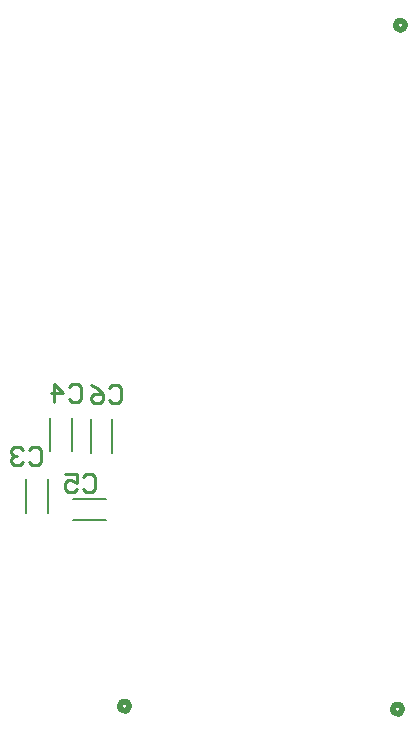
<source format=gbo>
G04*
G04 #@! TF.GenerationSoftware,Altium Limited,Altium Designer,23.10.1 (27)*
G04*
G04 Layer_Color=32896*
%FSLAX25Y25*%
%MOIN*%
G70*
G04*
G04 #@! TF.SameCoordinates,29CFA998-7EC6-4FDD-B126-FBB6EF8C8D2F*
G04*
G04*
G04 #@! TF.FilePolarity,Positive*
G04*
G01*
G75*
%ADD10C,0.02000*%
%ADD13C,0.00787*%
%ADD16C,0.01000*%
D10*
X205745Y279500D02*
X205394Y280464D01*
X204506Y280977D01*
X203495Y280799D01*
X202836Y280013D01*
Y278987D01*
X203495Y278201D01*
X204506Y278023D01*
X205394Y278536D01*
X205745Y279500D01*
X113755Y52500D02*
X113404Y53464D01*
X112515Y53977D01*
X111505Y53799D01*
X110845Y53013D01*
Y51987D01*
X111505Y51201D01*
X112515Y51023D01*
X113404Y51536D01*
X113755Y52500D01*
X204755Y51500D02*
X204404Y52464D01*
X203515Y52977D01*
X202505Y52799D01*
X201845Y52013D01*
Y50987D01*
X202505Y50201D01*
X203515Y50023D01*
X204404Y50536D01*
X204755Y51500D01*
D13*
X94964Y121567D02*
X106036D01*
X94964Y114433D02*
X106036D01*
X79433Y116964D02*
Y128036D01*
X86567Y116964D02*
Y128036D01*
X94567Y137464D02*
Y148536D01*
X87433Y137464D02*
Y148536D01*
X100933Y136964D02*
Y148036D01*
X108067Y136964D02*
Y148036D01*
D16*
X107101Y158398D02*
X108101Y159398D01*
X110100D01*
X111100Y158398D01*
Y154400D01*
X110100Y153400D01*
X108101D01*
X107101Y154400D01*
X101103Y159398D02*
X103103Y158398D01*
X105102Y156399D01*
Y154400D01*
X104102Y153400D01*
X102103D01*
X101103Y154400D01*
Y155399D01*
X102103Y156399D01*
X105102D01*
X98500Y128999D02*
X99499Y129999D01*
X101499D01*
X102498Y128999D01*
Y125001D01*
X101499Y124001D01*
X99499D01*
X98500Y125001D01*
X92502Y129999D02*
X96500D01*
Y127000D01*
X94501Y128000D01*
X93501D01*
X92502Y127000D01*
Y125001D01*
X93501Y124001D01*
X95501D01*
X96500Y125001D01*
X93601Y158898D02*
X94601Y159898D01*
X96600D01*
X97600Y158898D01*
Y154900D01*
X96600Y153900D01*
X94601D01*
X93601Y154900D01*
X88603Y153900D02*
Y159898D01*
X91602Y156899D01*
X87603D01*
X80500Y137999D02*
X81499Y138999D01*
X83499D01*
X84498Y137999D01*
Y134001D01*
X83499Y133001D01*
X81499D01*
X80500Y134001D01*
X78500Y137999D02*
X77501Y138999D01*
X75501D01*
X74502Y137999D01*
Y137000D01*
X75501Y136000D01*
X76501D01*
X75501D01*
X74502Y135000D01*
Y134001D01*
X75501Y133001D01*
X77501D01*
X78500Y134001D01*
M02*

</source>
